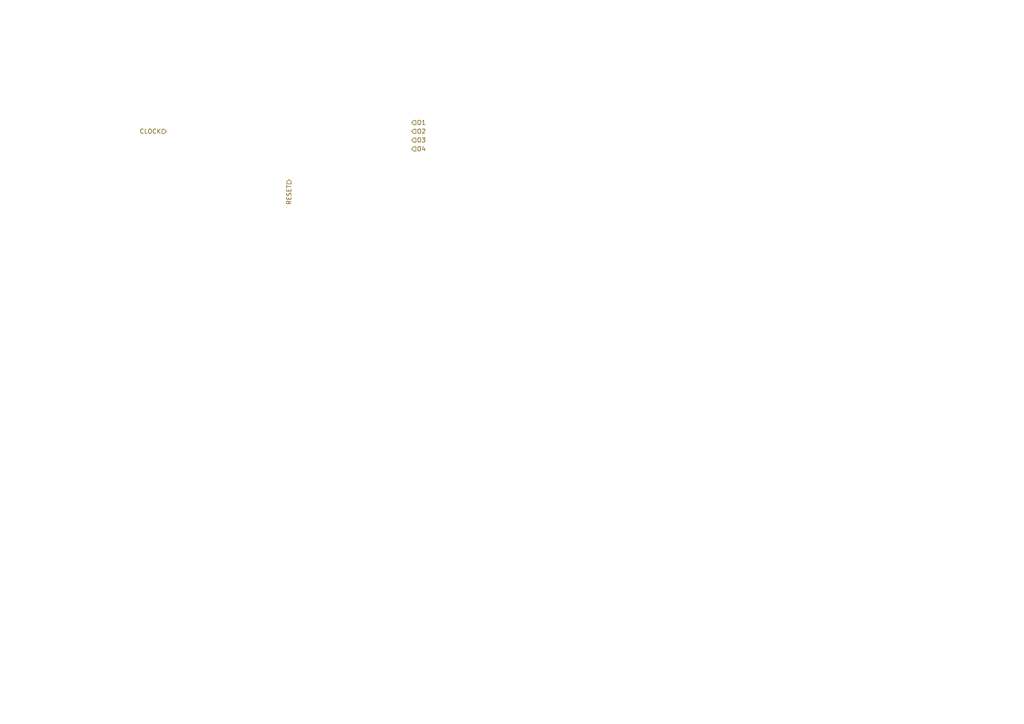
<source format=kicad_sch>
(kicad_sch
	(version 20231120)
	(generator "eeschema")
	(generator_version "8.0")
	(uuid "70d47eb4-82cd-4cd5-93fb-919c3c7cf78b")
	(paper "A4")
	(lib_symbols)
	(hierarchical_label "CLOCK"
		(shape input)
		(at 48.26 38.1 180)
		(fields_autoplaced yes)
		(effects
			(font
				(size 1.27 1.27)
			)
			(justify right)
		)
		(uuid "47ad1642-d148-4dee-9631-f597a918e042")
	)
	(hierarchical_label "O2"
		(shape input)
		(at 119.38 38.1 0)
		(fields_autoplaced yes)
		(effects
			(font
				(size 1.27 1.27)
			)
			(justify left)
		)
		(uuid "6c486c8f-73cb-41c0-9d45-b7e51db365c0")
	)
	(hierarchical_label "RESET"
		(shape input)
		(at 83.82 52.07 270)
		(fields_autoplaced yes)
		(effects
			(font
				(size 1.27 1.27)
			)
			(justify right)
		)
		(uuid "9e988fc4-6566-4fbf-9583-75e48d052c38")
	)
	(hierarchical_label "O1"
		(shape input)
		(at 119.38 35.56 0)
		(fields_autoplaced yes)
		(effects
			(font
				(size 1.27 1.27)
			)
			(justify left)
		)
		(uuid "9ffa09fd-8f1e-4045-a7d1-5185e320f6e9")
	)
	(hierarchical_label "O3"
		(shape input)
		(at 119.38 40.64 0)
		(fields_autoplaced yes)
		(effects
			(font
				(size 1.27 1.27)
			)
			(justify left)
		)
		(uuid "c14683e2-d228-467e-a184-a632d9b40a6a")
	)
	(hierarchical_label "O4"
		(shape input)
		(at 119.38 43.18 0)
		(fields_autoplaced yes)
		(effects
			(font
				(size 1.27 1.27)
			)
			(justify left)
		)
		(uuid "c8c594eb-e1b3-41dd-973e-7c0e98390dcf")
	)
)

</source>
